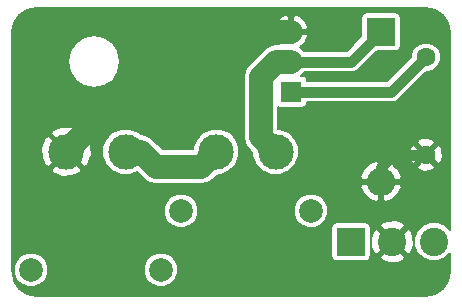
<source format=gtl>
G04 #@! TF.FileFunction,Copper,L1,Top,Signal*
%FSLAX46Y46*%
G04 Gerber Fmt 4.6, Leading zero omitted, Abs format (unit mm)*
G04 Created by KiCad (PCBNEW 4.0.7) date 05/25/19 09:40:29*
%MOMM*%
%LPD*%
G01*
G04 APERTURE LIST*
%ADD10C,0.100000*%
%ADD11R,1.800000X1.800000*%
%ADD12O,1.800000X1.800000*%
%ADD13C,2.000000*%
%ADD14C,3.000000*%
%ADD15R,2.400000X2.400000*%
%ADD16O,2.400000X2.400000*%
%ADD17C,2.400000*%
%ADD18C,1.600000*%
%ADD19C,2.032000*%
%ADD20C,0.914400*%
%ADD21C,0.200000*%
G04 APERTURE END LIST*
D10*
D11*
X58928000Y-73025000D03*
D12*
X58928000Y-70485000D03*
X58928000Y-67945000D03*
D13*
X60618000Y-83105000D03*
D14*
X57618000Y-78105000D03*
X52618000Y-78105000D03*
D13*
X49618000Y-83105000D03*
D15*
X66548000Y-67945000D03*
D16*
X66548000Y-80645000D03*
D15*
X64008000Y-85725000D03*
D17*
X67508000Y-85725000D03*
X71008000Y-85725000D03*
D18*
X70358000Y-78355000D03*
X70358000Y-70105000D03*
D13*
X47918000Y-88105000D03*
D14*
X44918000Y-78105000D03*
X39918000Y-78105000D03*
D13*
X36918000Y-88105000D03*
D19*
X39918000Y-78105000D02*
X39918000Y-78065000D01*
X39918000Y-78065000D02*
X43688000Y-74295000D01*
X55118000Y-67945000D02*
X58928000Y-67945000D01*
X48768000Y-74295000D02*
X55118000Y-67945000D01*
X43688000Y-74295000D02*
X48768000Y-74295000D01*
D20*
X66548000Y-80645000D02*
X66548000Y-79375000D01*
X67568000Y-78355000D02*
X70358000Y-78355000D01*
X66548000Y-79375000D02*
X67568000Y-78355000D01*
X58928000Y-73025000D02*
X67438000Y-73025000D01*
X67438000Y-73025000D02*
X70358000Y-70105000D01*
D19*
X58928000Y-70485000D02*
X57658000Y-70485000D01*
X57658000Y-70485000D02*
X56388000Y-71755000D01*
X56388000Y-71755000D02*
X56388000Y-76875000D01*
X56388000Y-76875000D02*
X57618000Y-78105000D01*
D20*
X58928000Y-70485000D02*
X64008000Y-70485000D01*
X64008000Y-70485000D02*
X66548000Y-67945000D01*
D19*
X44918000Y-78105000D02*
X46228000Y-78105000D01*
X46228000Y-78105000D02*
X47498000Y-79375000D01*
X51348000Y-79375000D02*
X52618000Y-78105000D01*
X47498000Y-79375000D02*
X51348000Y-79375000D01*
D21*
G36*
X71125171Y-66092885D02*
X71775548Y-66527453D01*
X72210115Y-67177829D01*
X72373000Y-67996706D01*
X72373000Y-84756894D01*
X71943870Y-84327014D01*
X71337645Y-84075287D01*
X70681235Y-84074715D01*
X70074571Y-84325383D01*
X69610014Y-84789130D01*
X69358287Y-85395355D01*
X69357715Y-86051765D01*
X69608383Y-86658429D01*
X70072130Y-87122986D01*
X70678355Y-87374713D01*
X71334765Y-87375285D01*
X71941429Y-87124617D01*
X72373000Y-86693798D01*
X72373000Y-88213294D01*
X72210115Y-89032171D01*
X71775548Y-89682547D01*
X71125171Y-90117115D01*
X70306294Y-90280000D01*
X37389706Y-90280000D01*
X36570829Y-90117115D01*
X35920453Y-89682548D01*
X35485885Y-89032171D01*
X35358579Y-88392157D01*
X35467749Y-88392157D01*
X35688033Y-88925286D01*
X36095569Y-89333533D01*
X36628312Y-89554748D01*
X37205157Y-89555251D01*
X37738286Y-89334967D01*
X38146533Y-88927431D01*
X38367748Y-88394688D01*
X38367750Y-88392157D01*
X46467749Y-88392157D01*
X46688033Y-88925286D01*
X47095569Y-89333533D01*
X47628312Y-89554748D01*
X48205157Y-89555251D01*
X48738286Y-89334967D01*
X49146533Y-88927431D01*
X49367748Y-88394688D01*
X49368251Y-87817843D01*
X49147967Y-87284714D01*
X48740431Y-86876467D01*
X48207688Y-86655252D01*
X47630843Y-86654749D01*
X47097714Y-86875033D01*
X46689467Y-87282569D01*
X46468252Y-87815312D01*
X46467749Y-88392157D01*
X38367750Y-88392157D01*
X38368251Y-87817843D01*
X38147967Y-87284714D01*
X37740431Y-86876467D01*
X37207688Y-86655252D01*
X36630843Y-86654749D01*
X36097714Y-86875033D01*
X35689467Y-87282569D01*
X35468252Y-87815312D01*
X35467749Y-88392157D01*
X35358579Y-88392157D01*
X35323000Y-88213294D01*
X35323000Y-83392157D01*
X48167749Y-83392157D01*
X48388033Y-83925286D01*
X48795569Y-84333533D01*
X49328312Y-84554748D01*
X49905157Y-84555251D01*
X50438286Y-84334967D01*
X50846533Y-83927431D01*
X51067748Y-83394688D01*
X51067750Y-83392157D01*
X59167749Y-83392157D01*
X59388033Y-83925286D01*
X59795569Y-84333533D01*
X60328312Y-84554748D01*
X60905157Y-84555251D01*
X60978370Y-84525000D01*
X62349184Y-84525000D01*
X62349184Y-86925000D01*
X62380562Y-87091760D01*
X62479117Y-87244919D01*
X62629495Y-87347668D01*
X62808000Y-87383816D01*
X65208000Y-87383816D01*
X65374760Y-87352438D01*
X65527919Y-87253883D01*
X65630668Y-87103505D01*
X65646577Y-87024942D01*
X66425847Y-87024942D01*
X66552841Y-87301665D01*
X67228911Y-87547172D01*
X67947470Y-87515271D01*
X68463159Y-87301665D01*
X68590153Y-87024942D01*
X67508000Y-85942789D01*
X66425847Y-87024942D01*
X65646577Y-87024942D01*
X65666816Y-86925000D01*
X65666816Y-85445911D01*
X65685828Y-85445911D01*
X65717729Y-86164470D01*
X65931335Y-86680159D01*
X66208058Y-86807153D01*
X67290211Y-85725000D01*
X67725789Y-85725000D01*
X68807942Y-86807153D01*
X69084665Y-86680159D01*
X69330172Y-86004089D01*
X69298271Y-85285530D01*
X69084665Y-84769841D01*
X68807942Y-84642847D01*
X67725789Y-85725000D01*
X67290211Y-85725000D01*
X66208058Y-84642847D01*
X65931335Y-84769841D01*
X65685828Y-85445911D01*
X65666816Y-85445911D01*
X65666816Y-84525000D01*
X65648011Y-84425058D01*
X66425847Y-84425058D01*
X67508000Y-85507211D01*
X68590153Y-84425058D01*
X68463159Y-84148335D01*
X67787089Y-83902828D01*
X67068530Y-83934729D01*
X66552841Y-84148335D01*
X66425847Y-84425058D01*
X65648011Y-84425058D01*
X65635438Y-84358240D01*
X65536883Y-84205081D01*
X65386505Y-84102332D01*
X65208000Y-84066184D01*
X62808000Y-84066184D01*
X62641240Y-84097562D01*
X62488081Y-84196117D01*
X62385332Y-84346495D01*
X62349184Y-84525000D01*
X60978370Y-84525000D01*
X61438286Y-84334967D01*
X61846533Y-83927431D01*
X62067748Y-83394688D01*
X62068251Y-82817843D01*
X61847967Y-82284714D01*
X61440431Y-81876467D01*
X60907688Y-81655252D01*
X60330843Y-81654749D01*
X59797714Y-81875033D01*
X59389467Y-82282569D01*
X59168252Y-82815312D01*
X59167749Y-83392157D01*
X51067750Y-83392157D01*
X51068251Y-82817843D01*
X50847967Y-82284714D01*
X50440431Y-81876467D01*
X49907688Y-81655252D01*
X49330843Y-81654749D01*
X48797714Y-81875033D01*
X48389467Y-82282569D01*
X48168252Y-82815312D01*
X48167749Y-83392157D01*
X35323000Y-83392157D01*
X35323000Y-81078911D01*
X64792831Y-81078911D01*
X65092486Y-81717556D01*
X65613730Y-82192914D01*
X66114090Y-82400160D01*
X66394000Y-82293824D01*
X66394000Y-80799000D01*
X66702000Y-80799000D01*
X66702000Y-82293824D01*
X66981910Y-82400160D01*
X67482270Y-82192914D01*
X68003514Y-81717556D01*
X68303169Y-81078911D01*
X68197439Y-80799000D01*
X66702000Y-80799000D01*
X66394000Y-80799000D01*
X64898561Y-80799000D01*
X64792831Y-81078911D01*
X35323000Y-81078911D01*
X35323000Y-79621993D01*
X38618796Y-79621993D01*
X38782510Y-79929869D01*
X39567291Y-80225492D01*
X40405464Y-80198289D01*
X41053490Y-79929869D01*
X41217204Y-79621993D01*
X39918000Y-78322789D01*
X38618796Y-79621993D01*
X35323000Y-79621993D01*
X35323000Y-77754291D01*
X37797508Y-77754291D01*
X37824711Y-78592464D01*
X38093131Y-79240490D01*
X38401007Y-79404204D01*
X39700211Y-78105000D01*
X40135789Y-78105000D01*
X41434993Y-79404204D01*
X41742869Y-79240490D01*
X42025131Y-78491177D01*
X42967662Y-78491177D01*
X43263906Y-79208143D01*
X43811971Y-79757166D01*
X44528419Y-80054661D01*
X45304177Y-80055338D01*
X45870925Y-79821163D01*
X46461379Y-80411616D01*
X46461381Y-80411619D01*
X46936986Y-80729407D01*
X47498000Y-80841000D01*
X51347995Y-80841000D01*
X51348000Y-80841001D01*
X51909014Y-80729407D01*
X52384619Y-80411619D01*
X52585148Y-80211089D01*
X64792831Y-80211089D01*
X64898561Y-80491000D01*
X66394000Y-80491000D01*
X66394000Y-78996176D01*
X66702000Y-78996176D01*
X66702000Y-80491000D01*
X68197439Y-80491000D01*
X68303169Y-80211089D01*
X68003514Y-79572444D01*
X67776012Y-79364969D01*
X69565820Y-79364969D01*
X69643643Y-79600229D01*
X70174548Y-79778815D01*
X70733382Y-79740637D01*
X71072357Y-79600229D01*
X71150180Y-79364969D01*
X70358000Y-78572789D01*
X69565820Y-79364969D01*
X67776012Y-79364969D01*
X67482270Y-79097086D01*
X66981910Y-78889840D01*
X66702000Y-78996176D01*
X66394000Y-78996176D01*
X66114090Y-78889840D01*
X65613730Y-79097086D01*
X65092486Y-79572444D01*
X64792831Y-80211089D01*
X52585148Y-80211089D01*
X52741129Y-80055108D01*
X53004177Y-80055338D01*
X53721143Y-79759094D01*
X54270166Y-79211029D01*
X54567661Y-78494581D01*
X54568338Y-77718823D01*
X54272094Y-77001857D01*
X53724029Y-76452834D01*
X53007581Y-76155339D01*
X52231823Y-76154662D01*
X51514857Y-76450906D01*
X50965834Y-76998971D01*
X50668339Y-77715419D01*
X50668170Y-77909000D01*
X48105237Y-77909000D01*
X47264619Y-77068381D01*
X46789014Y-76750593D01*
X46228000Y-76638999D01*
X46227995Y-76639000D01*
X46209870Y-76639000D01*
X46024029Y-76452834D01*
X45307581Y-76155339D01*
X44531823Y-76154662D01*
X43814857Y-76450906D01*
X43265834Y-76998971D01*
X42968339Y-77715419D01*
X42967662Y-78491177D01*
X42025131Y-78491177D01*
X42038492Y-78455709D01*
X42011289Y-77617536D01*
X41742869Y-76969510D01*
X41434993Y-76805796D01*
X40135789Y-78105000D01*
X39700211Y-78105000D01*
X38401007Y-76805796D01*
X38093131Y-76969510D01*
X37797508Y-77754291D01*
X35323000Y-77754291D01*
X35323000Y-76588007D01*
X38618796Y-76588007D01*
X39918000Y-77887211D01*
X41217204Y-76588007D01*
X41053490Y-76280131D01*
X40268709Y-75984508D01*
X39430536Y-76011711D01*
X38782510Y-76280131D01*
X38618796Y-76588007D01*
X35323000Y-76588007D01*
X35323000Y-70441899D01*
X40068000Y-70441899D01*
X40068000Y-70528101D01*
X40235465Y-71370005D01*
X40712365Y-72083736D01*
X41426096Y-72560636D01*
X42268000Y-72728101D01*
X43109904Y-72560636D01*
X43823635Y-72083736D01*
X44043289Y-71755000D01*
X54921999Y-71755000D01*
X54922000Y-71755005D01*
X54922000Y-76874995D01*
X54921999Y-76875000D01*
X55033593Y-77436014D01*
X55351381Y-77911619D01*
X55667892Y-78228129D01*
X55667662Y-78491177D01*
X55963906Y-79208143D01*
X56511971Y-79757166D01*
X57228419Y-80054661D01*
X58004177Y-80055338D01*
X58721143Y-79759094D01*
X59270166Y-79211029D01*
X59567661Y-78494581D01*
X59567942Y-78171548D01*
X68934185Y-78171548D01*
X68972363Y-78730382D01*
X69112771Y-79069357D01*
X69348031Y-79147180D01*
X70140211Y-78355000D01*
X70575789Y-78355000D01*
X71367969Y-79147180D01*
X71603229Y-79069357D01*
X71781815Y-78538452D01*
X71743637Y-77979618D01*
X71603229Y-77640643D01*
X71367969Y-77562820D01*
X70575789Y-78355000D01*
X70140211Y-78355000D01*
X69348031Y-77562820D01*
X69112771Y-77640643D01*
X68934185Y-78171548D01*
X59567942Y-78171548D01*
X59568338Y-77718823D01*
X59413891Y-77345031D01*
X69565820Y-77345031D01*
X70358000Y-78137211D01*
X71150180Y-77345031D01*
X71072357Y-77109771D01*
X70541452Y-76931185D01*
X69982618Y-76969363D01*
X69643643Y-77109771D01*
X69565820Y-77345031D01*
X59413891Y-77345031D01*
X59272094Y-77001857D01*
X58724029Y-76452834D01*
X58007581Y-76155339D01*
X57854000Y-76155205D01*
X57854000Y-74348580D01*
X58028000Y-74383816D01*
X59828000Y-74383816D01*
X59994760Y-74352438D01*
X60147919Y-74253883D01*
X60250668Y-74103505D01*
X60285358Y-73932200D01*
X67438000Y-73932200D01*
X67785171Y-73863144D01*
X68079487Y-73666487D01*
X70390945Y-71355030D01*
X70605550Y-71355217D01*
X71065143Y-71165316D01*
X71417081Y-70813993D01*
X71607783Y-70354731D01*
X71608217Y-69857450D01*
X71418316Y-69397857D01*
X71066993Y-69045919D01*
X70607731Y-68855217D01*
X70110450Y-68854783D01*
X69650857Y-69044684D01*
X69298919Y-69396007D01*
X69108217Y-69855269D01*
X69108028Y-70071997D01*
X67062226Y-72117800D01*
X60285461Y-72117800D01*
X60255438Y-71958240D01*
X60156883Y-71805081D01*
X60006505Y-71702332D01*
X59828000Y-71666184D01*
X59748261Y-71666184D01*
X59964619Y-71521619D01*
X60051094Y-71392200D01*
X64008000Y-71392200D01*
X64355171Y-71323144D01*
X64649487Y-71126487D01*
X66172159Y-69603816D01*
X67748000Y-69603816D01*
X67914760Y-69572438D01*
X68067919Y-69473883D01*
X68170668Y-69323505D01*
X68206816Y-69145000D01*
X68206816Y-66745000D01*
X68175438Y-66578240D01*
X68076883Y-66425081D01*
X67926505Y-66322332D01*
X67748000Y-66286184D01*
X65348000Y-66286184D01*
X65181240Y-66317562D01*
X65028081Y-66416117D01*
X64925332Y-66566495D01*
X64889184Y-66745000D01*
X64889184Y-68320841D01*
X63632226Y-69577800D01*
X60051094Y-69577800D01*
X59964619Y-69448381D01*
X59673608Y-69253934D01*
X59685164Y-69249148D01*
X60126604Y-68860122D01*
X60385568Y-68331776D01*
X60276128Y-68099000D01*
X59082000Y-68099000D01*
X59082000Y-68119000D01*
X58774000Y-68119000D01*
X58774000Y-68099000D01*
X57579872Y-68099000D01*
X57470432Y-68331776D01*
X57729396Y-68860122D01*
X57909680Y-69019000D01*
X57658000Y-69019000D01*
X57096986Y-69130593D01*
X56621381Y-69448381D01*
X56621379Y-69448384D01*
X55351381Y-70718381D01*
X55033593Y-71193986D01*
X54921999Y-71755000D01*
X44043289Y-71755000D01*
X44300535Y-71370005D01*
X44468000Y-70528101D01*
X44468000Y-70441899D01*
X44300535Y-69599995D01*
X43823635Y-68886264D01*
X43109904Y-68409364D01*
X42268000Y-68241899D01*
X41426096Y-68409364D01*
X40712365Y-68886264D01*
X40235465Y-69599995D01*
X40068000Y-70441899D01*
X35323000Y-70441899D01*
X35323000Y-67996706D01*
X35410219Y-67558224D01*
X57470432Y-67558224D01*
X57579872Y-67791000D01*
X58774000Y-67791000D01*
X58774000Y-66597773D01*
X59082000Y-66597773D01*
X59082000Y-67791000D01*
X60276128Y-67791000D01*
X60385568Y-67558224D01*
X60126604Y-67029878D01*
X59685164Y-66640852D01*
X59314774Y-66487444D01*
X59082000Y-66597773D01*
X58774000Y-66597773D01*
X58541226Y-66487444D01*
X58170836Y-66640852D01*
X57729396Y-67029878D01*
X57470432Y-67558224D01*
X35410219Y-67558224D01*
X35485885Y-67177829D01*
X35920453Y-66527452D01*
X36570829Y-66092885D01*
X37389706Y-65930000D01*
X70306294Y-65930000D01*
X71125171Y-66092885D01*
X71125171Y-66092885D01*
G37*
X71125171Y-66092885D02*
X71775548Y-66527453D01*
X72210115Y-67177829D01*
X72373000Y-67996706D01*
X72373000Y-84756894D01*
X71943870Y-84327014D01*
X71337645Y-84075287D01*
X70681235Y-84074715D01*
X70074571Y-84325383D01*
X69610014Y-84789130D01*
X69358287Y-85395355D01*
X69357715Y-86051765D01*
X69608383Y-86658429D01*
X70072130Y-87122986D01*
X70678355Y-87374713D01*
X71334765Y-87375285D01*
X71941429Y-87124617D01*
X72373000Y-86693798D01*
X72373000Y-88213294D01*
X72210115Y-89032171D01*
X71775548Y-89682547D01*
X71125171Y-90117115D01*
X70306294Y-90280000D01*
X37389706Y-90280000D01*
X36570829Y-90117115D01*
X35920453Y-89682548D01*
X35485885Y-89032171D01*
X35358579Y-88392157D01*
X35467749Y-88392157D01*
X35688033Y-88925286D01*
X36095569Y-89333533D01*
X36628312Y-89554748D01*
X37205157Y-89555251D01*
X37738286Y-89334967D01*
X38146533Y-88927431D01*
X38367748Y-88394688D01*
X38367750Y-88392157D01*
X46467749Y-88392157D01*
X46688033Y-88925286D01*
X47095569Y-89333533D01*
X47628312Y-89554748D01*
X48205157Y-89555251D01*
X48738286Y-89334967D01*
X49146533Y-88927431D01*
X49367748Y-88394688D01*
X49368251Y-87817843D01*
X49147967Y-87284714D01*
X48740431Y-86876467D01*
X48207688Y-86655252D01*
X47630843Y-86654749D01*
X47097714Y-86875033D01*
X46689467Y-87282569D01*
X46468252Y-87815312D01*
X46467749Y-88392157D01*
X38367750Y-88392157D01*
X38368251Y-87817843D01*
X38147967Y-87284714D01*
X37740431Y-86876467D01*
X37207688Y-86655252D01*
X36630843Y-86654749D01*
X36097714Y-86875033D01*
X35689467Y-87282569D01*
X35468252Y-87815312D01*
X35467749Y-88392157D01*
X35358579Y-88392157D01*
X35323000Y-88213294D01*
X35323000Y-83392157D01*
X48167749Y-83392157D01*
X48388033Y-83925286D01*
X48795569Y-84333533D01*
X49328312Y-84554748D01*
X49905157Y-84555251D01*
X50438286Y-84334967D01*
X50846533Y-83927431D01*
X51067748Y-83394688D01*
X51067750Y-83392157D01*
X59167749Y-83392157D01*
X59388033Y-83925286D01*
X59795569Y-84333533D01*
X60328312Y-84554748D01*
X60905157Y-84555251D01*
X60978370Y-84525000D01*
X62349184Y-84525000D01*
X62349184Y-86925000D01*
X62380562Y-87091760D01*
X62479117Y-87244919D01*
X62629495Y-87347668D01*
X62808000Y-87383816D01*
X65208000Y-87383816D01*
X65374760Y-87352438D01*
X65527919Y-87253883D01*
X65630668Y-87103505D01*
X65646577Y-87024942D01*
X66425847Y-87024942D01*
X66552841Y-87301665D01*
X67228911Y-87547172D01*
X67947470Y-87515271D01*
X68463159Y-87301665D01*
X68590153Y-87024942D01*
X67508000Y-85942789D01*
X66425847Y-87024942D01*
X65646577Y-87024942D01*
X65666816Y-86925000D01*
X65666816Y-85445911D01*
X65685828Y-85445911D01*
X65717729Y-86164470D01*
X65931335Y-86680159D01*
X66208058Y-86807153D01*
X67290211Y-85725000D01*
X67725789Y-85725000D01*
X68807942Y-86807153D01*
X69084665Y-86680159D01*
X69330172Y-86004089D01*
X69298271Y-85285530D01*
X69084665Y-84769841D01*
X68807942Y-84642847D01*
X67725789Y-85725000D01*
X67290211Y-85725000D01*
X66208058Y-84642847D01*
X65931335Y-84769841D01*
X65685828Y-85445911D01*
X65666816Y-85445911D01*
X65666816Y-84525000D01*
X65648011Y-84425058D01*
X66425847Y-84425058D01*
X67508000Y-85507211D01*
X68590153Y-84425058D01*
X68463159Y-84148335D01*
X67787089Y-83902828D01*
X67068530Y-83934729D01*
X66552841Y-84148335D01*
X66425847Y-84425058D01*
X65648011Y-84425058D01*
X65635438Y-84358240D01*
X65536883Y-84205081D01*
X65386505Y-84102332D01*
X65208000Y-84066184D01*
X62808000Y-84066184D01*
X62641240Y-84097562D01*
X62488081Y-84196117D01*
X62385332Y-84346495D01*
X62349184Y-84525000D01*
X60978370Y-84525000D01*
X61438286Y-84334967D01*
X61846533Y-83927431D01*
X62067748Y-83394688D01*
X62068251Y-82817843D01*
X61847967Y-82284714D01*
X61440431Y-81876467D01*
X60907688Y-81655252D01*
X60330843Y-81654749D01*
X59797714Y-81875033D01*
X59389467Y-82282569D01*
X59168252Y-82815312D01*
X59167749Y-83392157D01*
X51067750Y-83392157D01*
X51068251Y-82817843D01*
X50847967Y-82284714D01*
X50440431Y-81876467D01*
X49907688Y-81655252D01*
X49330843Y-81654749D01*
X48797714Y-81875033D01*
X48389467Y-82282569D01*
X48168252Y-82815312D01*
X48167749Y-83392157D01*
X35323000Y-83392157D01*
X35323000Y-81078911D01*
X64792831Y-81078911D01*
X65092486Y-81717556D01*
X65613730Y-82192914D01*
X66114090Y-82400160D01*
X66394000Y-82293824D01*
X66394000Y-80799000D01*
X66702000Y-80799000D01*
X66702000Y-82293824D01*
X66981910Y-82400160D01*
X67482270Y-82192914D01*
X68003514Y-81717556D01*
X68303169Y-81078911D01*
X68197439Y-80799000D01*
X66702000Y-80799000D01*
X66394000Y-80799000D01*
X64898561Y-80799000D01*
X64792831Y-81078911D01*
X35323000Y-81078911D01*
X35323000Y-79621993D01*
X38618796Y-79621993D01*
X38782510Y-79929869D01*
X39567291Y-80225492D01*
X40405464Y-80198289D01*
X41053490Y-79929869D01*
X41217204Y-79621993D01*
X39918000Y-78322789D01*
X38618796Y-79621993D01*
X35323000Y-79621993D01*
X35323000Y-77754291D01*
X37797508Y-77754291D01*
X37824711Y-78592464D01*
X38093131Y-79240490D01*
X38401007Y-79404204D01*
X39700211Y-78105000D01*
X40135789Y-78105000D01*
X41434993Y-79404204D01*
X41742869Y-79240490D01*
X42025131Y-78491177D01*
X42967662Y-78491177D01*
X43263906Y-79208143D01*
X43811971Y-79757166D01*
X44528419Y-80054661D01*
X45304177Y-80055338D01*
X45870925Y-79821163D01*
X46461379Y-80411616D01*
X46461381Y-80411619D01*
X46936986Y-80729407D01*
X47498000Y-80841000D01*
X51347995Y-80841000D01*
X51348000Y-80841001D01*
X51909014Y-80729407D01*
X52384619Y-80411619D01*
X52585148Y-80211089D01*
X64792831Y-80211089D01*
X64898561Y-80491000D01*
X66394000Y-80491000D01*
X66394000Y-78996176D01*
X66702000Y-78996176D01*
X66702000Y-80491000D01*
X68197439Y-80491000D01*
X68303169Y-80211089D01*
X68003514Y-79572444D01*
X67776012Y-79364969D01*
X69565820Y-79364969D01*
X69643643Y-79600229D01*
X70174548Y-79778815D01*
X70733382Y-79740637D01*
X71072357Y-79600229D01*
X71150180Y-79364969D01*
X70358000Y-78572789D01*
X69565820Y-79364969D01*
X67776012Y-79364969D01*
X67482270Y-79097086D01*
X66981910Y-78889840D01*
X66702000Y-78996176D01*
X66394000Y-78996176D01*
X66114090Y-78889840D01*
X65613730Y-79097086D01*
X65092486Y-79572444D01*
X64792831Y-80211089D01*
X52585148Y-80211089D01*
X52741129Y-80055108D01*
X53004177Y-80055338D01*
X53721143Y-79759094D01*
X54270166Y-79211029D01*
X54567661Y-78494581D01*
X54568338Y-77718823D01*
X54272094Y-77001857D01*
X53724029Y-76452834D01*
X53007581Y-76155339D01*
X52231823Y-76154662D01*
X51514857Y-76450906D01*
X50965834Y-76998971D01*
X50668339Y-77715419D01*
X50668170Y-77909000D01*
X48105237Y-77909000D01*
X47264619Y-77068381D01*
X46789014Y-76750593D01*
X46228000Y-76638999D01*
X46227995Y-76639000D01*
X46209870Y-76639000D01*
X46024029Y-76452834D01*
X45307581Y-76155339D01*
X44531823Y-76154662D01*
X43814857Y-76450906D01*
X43265834Y-76998971D01*
X42968339Y-77715419D01*
X42967662Y-78491177D01*
X42025131Y-78491177D01*
X42038492Y-78455709D01*
X42011289Y-77617536D01*
X41742869Y-76969510D01*
X41434993Y-76805796D01*
X40135789Y-78105000D01*
X39700211Y-78105000D01*
X38401007Y-76805796D01*
X38093131Y-76969510D01*
X37797508Y-77754291D01*
X35323000Y-77754291D01*
X35323000Y-76588007D01*
X38618796Y-76588007D01*
X39918000Y-77887211D01*
X41217204Y-76588007D01*
X41053490Y-76280131D01*
X40268709Y-75984508D01*
X39430536Y-76011711D01*
X38782510Y-76280131D01*
X38618796Y-76588007D01*
X35323000Y-76588007D01*
X35323000Y-70441899D01*
X40068000Y-70441899D01*
X40068000Y-70528101D01*
X40235465Y-71370005D01*
X40712365Y-72083736D01*
X41426096Y-72560636D01*
X42268000Y-72728101D01*
X43109904Y-72560636D01*
X43823635Y-72083736D01*
X44043289Y-71755000D01*
X54921999Y-71755000D01*
X54922000Y-71755005D01*
X54922000Y-76874995D01*
X54921999Y-76875000D01*
X55033593Y-77436014D01*
X55351381Y-77911619D01*
X55667892Y-78228129D01*
X55667662Y-78491177D01*
X55963906Y-79208143D01*
X56511971Y-79757166D01*
X57228419Y-80054661D01*
X58004177Y-80055338D01*
X58721143Y-79759094D01*
X59270166Y-79211029D01*
X59567661Y-78494581D01*
X59567942Y-78171548D01*
X68934185Y-78171548D01*
X68972363Y-78730382D01*
X69112771Y-79069357D01*
X69348031Y-79147180D01*
X70140211Y-78355000D01*
X70575789Y-78355000D01*
X71367969Y-79147180D01*
X71603229Y-79069357D01*
X71781815Y-78538452D01*
X71743637Y-77979618D01*
X71603229Y-77640643D01*
X71367969Y-77562820D01*
X70575789Y-78355000D01*
X70140211Y-78355000D01*
X69348031Y-77562820D01*
X69112771Y-77640643D01*
X68934185Y-78171548D01*
X59567942Y-78171548D01*
X59568338Y-77718823D01*
X59413891Y-77345031D01*
X69565820Y-77345031D01*
X70358000Y-78137211D01*
X71150180Y-77345031D01*
X71072357Y-77109771D01*
X70541452Y-76931185D01*
X69982618Y-76969363D01*
X69643643Y-77109771D01*
X69565820Y-77345031D01*
X59413891Y-77345031D01*
X59272094Y-77001857D01*
X58724029Y-76452834D01*
X58007581Y-76155339D01*
X57854000Y-76155205D01*
X57854000Y-74348580D01*
X58028000Y-74383816D01*
X59828000Y-74383816D01*
X59994760Y-74352438D01*
X60147919Y-74253883D01*
X60250668Y-74103505D01*
X60285358Y-73932200D01*
X67438000Y-73932200D01*
X67785171Y-73863144D01*
X68079487Y-73666487D01*
X70390945Y-71355030D01*
X70605550Y-71355217D01*
X71065143Y-71165316D01*
X71417081Y-70813993D01*
X71607783Y-70354731D01*
X71608217Y-69857450D01*
X71418316Y-69397857D01*
X71066993Y-69045919D01*
X70607731Y-68855217D01*
X70110450Y-68854783D01*
X69650857Y-69044684D01*
X69298919Y-69396007D01*
X69108217Y-69855269D01*
X69108028Y-70071997D01*
X67062226Y-72117800D01*
X60285461Y-72117800D01*
X60255438Y-71958240D01*
X60156883Y-71805081D01*
X60006505Y-71702332D01*
X59828000Y-71666184D01*
X59748261Y-71666184D01*
X59964619Y-71521619D01*
X60051094Y-71392200D01*
X64008000Y-71392200D01*
X64355171Y-71323144D01*
X64649487Y-71126487D01*
X66172159Y-69603816D01*
X67748000Y-69603816D01*
X67914760Y-69572438D01*
X68067919Y-69473883D01*
X68170668Y-69323505D01*
X68206816Y-69145000D01*
X68206816Y-66745000D01*
X68175438Y-66578240D01*
X68076883Y-66425081D01*
X67926505Y-66322332D01*
X67748000Y-66286184D01*
X65348000Y-66286184D01*
X65181240Y-66317562D01*
X65028081Y-66416117D01*
X64925332Y-66566495D01*
X64889184Y-66745000D01*
X64889184Y-68320841D01*
X63632226Y-69577800D01*
X60051094Y-69577800D01*
X59964619Y-69448381D01*
X59673608Y-69253934D01*
X59685164Y-69249148D01*
X60126604Y-68860122D01*
X60385568Y-68331776D01*
X60276128Y-68099000D01*
X59082000Y-68099000D01*
X59082000Y-68119000D01*
X58774000Y-68119000D01*
X58774000Y-68099000D01*
X57579872Y-68099000D01*
X57470432Y-68331776D01*
X57729396Y-68860122D01*
X57909680Y-69019000D01*
X57658000Y-69019000D01*
X57096986Y-69130593D01*
X56621381Y-69448381D01*
X56621379Y-69448384D01*
X55351381Y-70718381D01*
X55033593Y-71193986D01*
X54921999Y-71755000D01*
X44043289Y-71755000D01*
X44300535Y-71370005D01*
X44468000Y-70528101D01*
X44468000Y-70441899D01*
X44300535Y-69599995D01*
X43823635Y-68886264D01*
X43109904Y-68409364D01*
X42268000Y-68241899D01*
X41426096Y-68409364D01*
X40712365Y-68886264D01*
X40235465Y-69599995D01*
X40068000Y-70441899D01*
X35323000Y-70441899D01*
X35323000Y-67996706D01*
X35410219Y-67558224D01*
X57470432Y-67558224D01*
X57579872Y-67791000D01*
X58774000Y-67791000D01*
X58774000Y-66597773D01*
X59082000Y-66597773D01*
X59082000Y-67791000D01*
X60276128Y-67791000D01*
X60385568Y-67558224D01*
X60126604Y-67029878D01*
X59685164Y-66640852D01*
X59314774Y-66487444D01*
X59082000Y-66597773D01*
X58774000Y-66597773D01*
X58541226Y-66487444D01*
X58170836Y-66640852D01*
X57729396Y-67029878D01*
X57470432Y-67558224D01*
X35410219Y-67558224D01*
X35485885Y-67177829D01*
X35920453Y-66527452D01*
X36570829Y-66092885D01*
X37389706Y-65930000D01*
X70306294Y-65930000D01*
X71125171Y-66092885D01*
M02*

</source>
